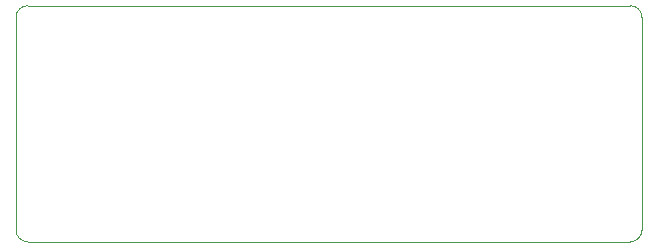
<source format=gbr>
%TF.GenerationSoftware,KiCad,Pcbnew,9.0.3*%
%TF.CreationDate,2025-08-21T23:57:32+02:00*%
%TF.ProjectId,20250807_updi,32303235-3038-4303-975f-757064692e6b,rev?*%
%TF.SameCoordinates,Original*%
%TF.FileFunction,Profile,NP*%
%FSLAX46Y46*%
G04 Gerber Fmt 4.6, Leading zero omitted, Abs format (unit mm)*
G04 Created by KiCad (PCBNEW 9.0.3) date 2025-08-21 23:57:32*
%MOMM*%
%LPD*%
G01*
G04 APERTURE LIST*
%TA.AperFunction,Profile*%
%ADD10C,0.050000*%
%TD*%
G04 APERTURE END LIST*
D10*
X191250000Y-100000000D02*
G75*
G02*
X190250000Y-99000000I0J1000000D01*
G01*
X190250000Y-81000000D02*
X190250000Y-99000000D01*
X190250000Y-81000000D02*
G75*
G02*
X191250000Y-80000000I1000000J0D01*
G01*
X243250000Y-81000000D02*
X243250000Y-99000000D01*
X243250000Y-99000000D02*
G75*
G02*
X242250000Y-100000000I-1000000J0D01*
G01*
X191250000Y-100000000D02*
X242250000Y-100000000D01*
X191250000Y-80000000D02*
X242250000Y-80000000D01*
X242250000Y-80000000D02*
G75*
G02*
X243250000Y-81000000I0J-1000000D01*
G01*
M02*

</source>
